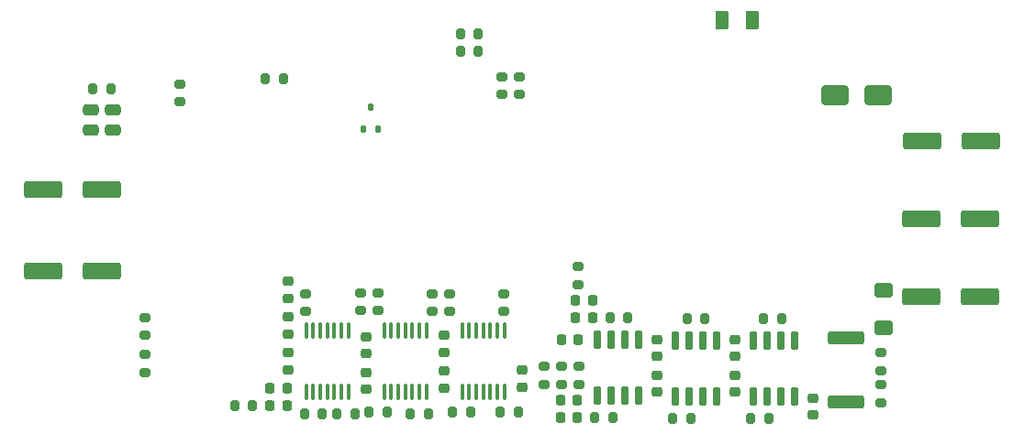
<source format=gtp>
G04 #@! TF.GenerationSoftware,KiCad,Pcbnew,7.0.9-69-ge1c0bddff3*
G04 #@! TF.CreationDate,2024-02-19T13:42:33+01:00*
G04 #@! TF.ProjectId,ASP_Backplane,4153505f-4261-4636-9b70-6c616e652e6b,B*
G04 #@! TF.SameCoordinates,Original*
G04 #@! TF.FileFunction,Paste,Top*
G04 #@! TF.FilePolarity,Positive*
%FSLAX46Y46*%
G04 Gerber Fmt 4.6, Leading zero omitted, Abs format (unit mm)*
G04 Created by KiCad (PCBNEW 7.0.9-69-ge1c0bddff3) date 2024-02-19 13:42:33*
%MOMM*%
%LPD*%
G01*
G04 APERTURE LIST*
G04 Aperture macros list*
%AMRoundRect*
0 Rectangle with rounded corners*
0 $1 Rounding radius*
0 $2 $3 $4 $5 $6 $7 $8 $9 X,Y pos of 4 corners*
0 Add a 4 corners polygon primitive as box body*
4,1,4,$2,$3,$4,$5,$6,$7,$8,$9,$2,$3,0*
0 Add four circle primitives for the rounded corners*
1,1,$1+$1,$2,$3*
1,1,$1+$1,$4,$5*
1,1,$1+$1,$6,$7*
1,1,$1+$1,$8,$9*
0 Add four rect primitives between the rounded corners*
20,1,$1+$1,$2,$3,$4,$5,0*
20,1,$1+$1,$4,$5,$6,$7,0*
20,1,$1+$1,$6,$7,$8,$9,0*
20,1,$1+$1,$8,$9,$2,$3,0*%
G04 Aperture macros list end*
%ADD10RoundRect,0.100000X-0.100000X0.637500X-0.100000X-0.637500X0.100000X-0.637500X0.100000X0.637500X0*%
%ADD11RoundRect,0.112500X-0.112500X-0.237500X0.112500X-0.237500X0.112500X0.237500X-0.112500X0.237500X0*%
%ADD12RoundRect,0.250000X-1.000000X-0.650000X1.000000X-0.650000X1.000000X0.650000X-1.000000X0.650000X0*%
%ADD13RoundRect,0.225000X0.250000X-0.225000X0.250000X0.225000X-0.250000X0.225000X-0.250000X-0.225000X0*%
%ADD14RoundRect,0.150000X0.150000X-0.725000X0.150000X0.725000X-0.150000X0.725000X-0.150000X-0.725000X0*%
%ADD15RoundRect,0.200000X0.200000X0.275000X-0.200000X0.275000X-0.200000X-0.275000X0.200000X-0.275000X0*%
%ADD16RoundRect,0.225000X-0.225000X-0.250000X0.225000X-0.250000X0.225000X0.250000X-0.225000X0.250000X0*%
%ADD17RoundRect,0.200000X-0.275000X0.200000X-0.275000X-0.200000X0.275000X-0.200000X0.275000X0.200000X0*%
%ADD18RoundRect,0.250000X1.500000X0.550000X-1.500000X0.550000X-1.500000X-0.550000X1.500000X-0.550000X0*%
%ADD19RoundRect,0.200000X0.275000X-0.200000X0.275000X0.200000X-0.275000X0.200000X-0.275000X-0.200000X0*%
%ADD20RoundRect,0.225000X-0.250000X0.225000X-0.250000X-0.225000X0.250000X-0.225000X0.250000X0.225000X0*%
%ADD21RoundRect,0.225000X0.225000X0.250000X-0.225000X0.250000X-0.225000X-0.250000X0.225000X-0.250000X0*%
%ADD22RoundRect,0.200000X-0.200000X-0.275000X0.200000X-0.275000X0.200000X0.275000X-0.200000X0.275000X0*%
%ADD23RoundRect,0.250000X-0.375000X-0.625000X0.375000X-0.625000X0.375000X0.625000X-0.375000X0.625000X0*%
%ADD24RoundRect,0.250000X0.475000X-0.250000X0.475000X0.250000X-0.475000X0.250000X-0.475000X-0.250000X0*%
%ADD25RoundRect,0.250000X1.425000X-0.362500X1.425000X0.362500X-1.425000X0.362500X-1.425000X-0.362500X0*%
%ADD26RoundRect,0.250000X0.600000X-0.400000X0.600000X0.400000X-0.600000X0.400000X-0.600000X-0.400000X0*%
%ADD27RoundRect,0.250000X-1.500000X-0.550000X1.500000X-0.550000X1.500000X0.550000X-1.500000X0.550000X0*%
G04 APERTURE END LIST*
D10*
G04 #@! TO.C,U8*
X76050000Y-156437500D03*
X75400000Y-156437500D03*
X74750000Y-156437500D03*
X74100000Y-156437500D03*
X73450000Y-156437500D03*
X72800000Y-156437500D03*
X72150000Y-156437500D03*
X72150000Y-162162500D03*
X72800000Y-162162500D03*
X73450000Y-162162500D03*
X74100000Y-162162500D03*
X74750000Y-162162500D03*
X75400000Y-162162500D03*
X76050000Y-162162500D03*
G04 #@! TD*
D11*
G04 #@! TO.C,D4*
X77450000Y-137800000D03*
X78750000Y-137800000D03*
X78100000Y-135800000D03*
G04 #@! TD*
D12*
G04 #@! TO.C,D1*
X120950000Y-134700000D03*
X124950000Y-134700000D03*
G04 #@! TD*
D13*
G04 #@! TO.C,C8*
X77700000Y-158575000D03*
X77700000Y-157025000D03*
G04 #@! TD*
D14*
G04 #@! TO.C,U5*
X113395000Y-162575000D03*
X114665000Y-162575000D03*
X115935000Y-162575000D03*
X117205000Y-162575000D03*
X117205000Y-157425000D03*
X115935000Y-157425000D03*
X114665000Y-157425000D03*
X113395000Y-157425000D03*
G04 #@! TD*
D15*
G04 #@! TO.C,R7*
X88025000Y-129000000D03*
X86375000Y-129000000D03*
G04 #@! TD*
G04 #@! TO.C,R36*
X114825000Y-164600000D03*
X113175000Y-164600000D03*
G04 #@! TD*
G04 #@! TO.C,R68*
X101825000Y-155300000D03*
X100175000Y-155300000D03*
G04 #@! TD*
D16*
G04 #@! TO.C,C61*
X97025000Y-153700000D03*
X98575000Y-153700000D03*
G04 #@! TD*
G04 #@! TO.C,C51*
X97025000Y-155300000D03*
X98575000Y-155300000D03*
G04 #@! TD*
D17*
G04 #@! TO.C,R71*
X78800000Y-152975000D03*
X78800000Y-154625000D03*
G04 #@! TD*
G04 #@! TO.C,R18*
X95700000Y-159775000D03*
X95700000Y-161425000D03*
G04 #@! TD*
D18*
G04 #@! TO.C,C19*
X53300000Y-143400000D03*
X47900000Y-143400000D03*
G04 #@! TD*
D19*
G04 #@! TO.C,R4*
X91800000Y-134625000D03*
X91800000Y-132975000D03*
G04 #@! TD*
D13*
G04 #@! TO.C,C16*
X104500000Y-162175000D03*
X104500000Y-160625000D03*
G04 #@! TD*
D10*
G04 #@! TO.C,U9*
X83250000Y-156437500D03*
X82600000Y-156437500D03*
X81950000Y-156437500D03*
X81300000Y-156437500D03*
X80650000Y-156437500D03*
X80000000Y-156437500D03*
X79350000Y-156437500D03*
X79350000Y-162162500D03*
X80000000Y-162162500D03*
X80650000Y-162162500D03*
X81300000Y-162162500D03*
X81950000Y-162162500D03*
X82600000Y-162162500D03*
X83250000Y-162162500D03*
G04 #@! TD*
D16*
G04 #@! TO.C,C31*
X95625000Y-164500000D03*
X97175000Y-164500000D03*
G04 #@! TD*
D20*
G04 #@! TO.C,C56*
X70500000Y-155225000D03*
X70500000Y-156775000D03*
G04 #@! TD*
D17*
G04 #@! TO.C,R12*
X57300000Y-155275000D03*
X57300000Y-156925000D03*
G04 #@! TD*
D13*
G04 #@! TO.C,C20*
X104500000Y-158875000D03*
X104500000Y-157325000D03*
G04 #@! TD*
D19*
G04 #@! TO.C,R6*
X90200000Y-134625000D03*
X90200000Y-132975000D03*
G04 #@! TD*
D21*
G04 #@! TO.C,C15*
X97275000Y-157300000D03*
X95725000Y-157300000D03*
G04 #@! TD*
D15*
G04 #@! TO.C,R14*
X70025000Y-133200000D03*
X68375000Y-133200000D03*
G04 #@! TD*
D20*
G04 #@! TO.C,C6*
X70500000Y-158525000D03*
X70500000Y-160075000D03*
G04 #@! TD*
D22*
G04 #@! TO.C,R40*
X90075000Y-164000000D03*
X91725000Y-164000000D03*
G04 #@! TD*
D10*
G04 #@! TO.C,U10*
X90450000Y-156437500D03*
X89800000Y-156437500D03*
X89150000Y-156437500D03*
X88500000Y-156437500D03*
X87850000Y-156437500D03*
X87200000Y-156437500D03*
X86550000Y-156437500D03*
X86550000Y-162162500D03*
X87200000Y-162162500D03*
X87850000Y-162162500D03*
X88500000Y-162162500D03*
X89150000Y-162162500D03*
X89800000Y-162162500D03*
X90450000Y-162162500D03*
G04 #@! TD*
D17*
G04 #@! TO.C,R11*
X125200000Y-163125000D03*
X125200000Y-161475000D03*
G04 #@! TD*
D15*
G04 #@! TO.C,R67*
X108925000Y-155400000D03*
X107275000Y-155400000D03*
G04 #@! TD*
G04 #@! TO.C,R38*
X100425000Y-164500000D03*
X98775000Y-164500000D03*
G04 #@! TD*
D17*
G04 #@! TO.C,R69*
X85400000Y-153075000D03*
X85400000Y-154725000D03*
G04 #@! TD*
D15*
G04 #@! TO.C,R66*
X116025000Y-155400000D03*
X114375000Y-155400000D03*
G04 #@! TD*
D23*
G04 #@! TO.C,F1*
X113300000Y-127750000D03*
X110500000Y-127750000D03*
G04 #@! TD*
D24*
G04 #@! TO.C,C68*
X52300000Y-137950000D03*
X52300000Y-136050000D03*
G04 #@! TD*
D18*
G04 #@! TO.C,C17*
X134300000Y-153300000D03*
X128900000Y-153300000D03*
G04 #@! TD*
D13*
G04 #@! TO.C,C13*
X77700000Y-161875000D03*
X77700000Y-160325000D03*
G04 #@! TD*
D15*
G04 #@! TO.C,R37*
X107625000Y-164600000D03*
X105975000Y-164600000D03*
G04 #@! TD*
D22*
G04 #@! TO.C,R75*
X52475000Y-134143630D03*
X54125000Y-134143630D03*
G04 #@! TD*
D17*
G04 #@! TO.C,R8*
X125200000Y-160150000D03*
X125200000Y-158500000D03*
G04 #@! TD*
D16*
G04 #@! TO.C,C46*
X68825000Y-163400000D03*
X70375000Y-163400000D03*
G04 #@! TD*
D15*
G04 #@! TO.C,R5*
X88025000Y-130600000D03*
X86375000Y-130600000D03*
G04 #@! TD*
D19*
G04 #@! TO.C,R48*
X97300000Y-161425000D03*
X97300000Y-159775000D03*
G04 #@! TD*
D13*
G04 #@! TO.C,C7*
X118900000Y-164275000D03*
X118900000Y-162725000D03*
G04 #@! TD*
D14*
G04 #@! TO.C,U6*
X106195000Y-162575000D03*
X107465000Y-162575000D03*
X108735000Y-162575000D03*
X110005000Y-162575000D03*
X110005000Y-157425000D03*
X108735000Y-157425000D03*
X107465000Y-157425000D03*
X106195000Y-157425000D03*
G04 #@! TD*
D22*
G04 #@! TO.C,R44*
X74975000Y-164200000D03*
X76625000Y-164200000D03*
G04 #@! TD*
D18*
G04 #@! TO.C,C26*
X53300000Y-151000000D03*
X47900000Y-151000000D03*
G04 #@! TD*
D17*
G04 #@! TO.C,R74*
X77200000Y-152975000D03*
X77200000Y-154625000D03*
G04 #@! TD*
G04 #@! TO.C,R73*
X72100000Y-153075000D03*
X72100000Y-154725000D03*
G04 #@! TD*
D25*
G04 #@! TO.C,R3*
X122000000Y-163062500D03*
X122000000Y-157137500D03*
G04 #@! TD*
D13*
G04 #@! TO.C,C66*
X70500000Y-153475000D03*
X70500000Y-151925000D03*
G04 #@! TD*
D16*
G04 #@! TO.C,C36*
X68825000Y-161800000D03*
X70375000Y-161800000D03*
G04 #@! TD*
D14*
G04 #@! TO.C,U7*
X98995000Y-162475000D03*
X100265000Y-162475000D03*
X101535000Y-162475000D03*
X102805000Y-162475000D03*
X102805000Y-157325000D03*
X101535000Y-157325000D03*
X100265000Y-157325000D03*
X98995000Y-157325000D03*
G04 #@! TD*
D17*
G04 #@! TO.C,R28*
X94100000Y-159775000D03*
X94100000Y-161425000D03*
G04 #@! TD*
G04 #@! TO.C,R58*
X97200000Y-150575000D03*
X97200000Y-152225000D03*
G04 #@! TD*
D13*
G04 #@! TO.C,C10*
X84900000Y-158475000D03*
X84900000Y-156925000D03*
G04 #@! TD*
D26*
G04 #@! TO.C,D5*
X125400000Y-156250000D03*
X125400000Y-152750000D03*
G04 #@! TD*
D13*
G04 #@! TO.C,C11*
X92100000Y-161675000D03*
X92100000Y-160125000D03*
G04 #@! TD*
D17*
G04 #@! TO.C,R39*
X90400000Y-153075000D03*
X90400000Y-154725000D03*
G04 #@! TD*
D13*
G04 #@! TO.C,C12*
X111700000Y-158875000D03*
X111700000Y-157325000D03*
G04 #@! TD*
D15*
G04 #@! TO.C,R42*
X79625000Y-164000000D03*
X77975000Y-164000000D03*
G04 #@! TD*
D13*
G04 #@! TO.C,C9*
X84900000Y-161775000D03*
X84900000Y-160225000D03*
G04 #@! TD*
D18*
G04 #@! TO.C,C22*
X134300000Y-146100000D03*
X128900000Y-146100000D03*
G04 #@! TD*
D15*
G04 #@! TO.C,R70*
X87325000Y-164000000D03*
X85675000Y-164000000D03*
G04 #@! TD*
D22*
G04 #@! TO.C,R33*
X65575000Y-163400000D03*
X67225000Y-163400000D03*
G04 #@! TD*
D13*
G04 #@! TO.C,C21*
X111700000Y-162175000D03*
X111700000Y-160625000D03*
G04 #@! TD*
D22*
G04 #@! TO.C,R72*
X81775000Y-164200000D03*
X83425000Y-164200000D03*
G04 #@! TD*
D24*
G04 #@! TO.C,C58*
X54300000Y-137950000D03*
X54300000Y-136050000D03*
G04 #@! TD*
D16*
G04 #@! TO.C,C41*
X95625000Y-162900000D03*
X97175000Y-162900000D03*
G04 #@! TD*
D17*
G04 #@! TO.C,R41*
X83800000Y-153075000D03*
X83800000Y-154725000D03*
G04 #@! TD*
D15*
G04 #@! TO.C,R43*
X73625000Y-164200000D03*
X71975000Y-164200000D03*
G04 #@! TD*
D17*
G04 #@! TO.C,R13*
X57300000Y-158675000D03*
X57300000Y-160325000D03*
G04 #@! TD*
D19*
G04 #@! TO.C,R15*
X60500000Y-135325000D03*
X60500000Y-133675000D03*
G04 #@! TD*
D27*
G04 #@! TO.C,C2*
X129000000Y-138900000D03*
X134400000Y-138900000D03*
G04 #@! TD*
M02*

</source>
